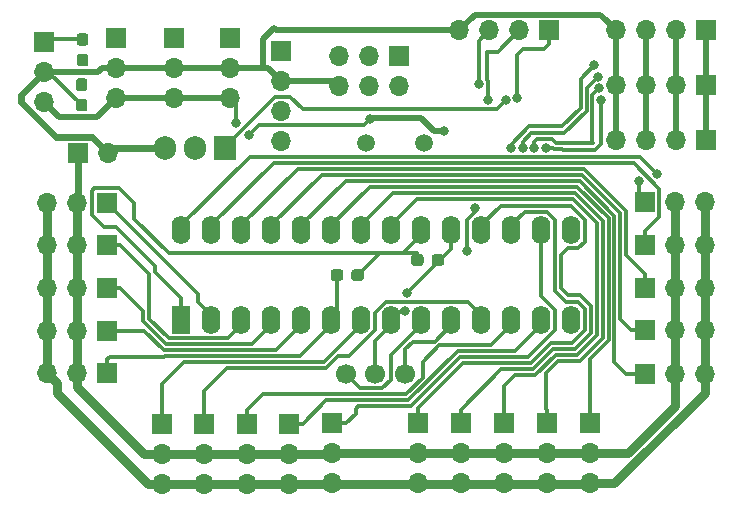
<source format=gbr>
G04 #@! TF.GenerationSoftware,KiCad,Pcbnew,5.0.1*
G04 #@! TF.CreationDate,2018-12-10T22:32:32+01:00*
G04 #@! TF.ProjectId,tamtam_board,74616D74616D5F626F6172642E6B6963,rev?*
G04 #@! TF.SameCoordinates,Original*
G04 #@! TF.FileFunction,Copper,L1,Top,Signal*
G04 #@! TF.FilePolarity,Positive*
%FSLAX46Y46*%
G04 Gerber Fmt 4.6, Leading zero omitted, Abs format (unit mm)*
G04 Created by KiCad (PCBNEW 5.0.1) date dilluns, 10 de desembre de 2018, 22:32:32 CET*
%MOMM*%
%LPD*%
G01*
G04 APERTURE LIST*
G04 #@! TA.AperFunction,ComponentPad*
%ADD10O,1.700000X1.700000*%
G04 #@! TD*
G04 #@! TA.AperFunction,ComponentPad*
%ADD11R,1.700000X1.700000*%
G04 #@! TD*
G04 #@! TA.AperFunction,Conductor*
%ADD12C,0.100000*%
G04 #@! TD*
G04 #@! TA.AperFunction,SMDPad,CuDef*
%ADD13C,0.950000*%
G04 #@! TD*
G04 #@! TA.AperFunction,ComponentPad*
%ADD14R,1.905000X2.000000*%
G04 #@! TD*
G04 #@! TA.AperFunction,ComponentPad*
%ADD15O,1.905000X2.000000*%
G04 #@! TD*
G04 #@! TA.AperFunction,ComponentPad*
%ADD16R,1.600000X2.400000*%
G04 #@! TD*
G04 #@! TA.AperFunction,ComponentPad*
%ADD17O,1.600000X2.400000*%
G04 #@! TD*
G04 #@! TA.AperFunction,ComponentPad*
%ADD18C,1.700000*%
G04 #@! TD*
G04 #@! TA.AperFunction,ComponentPad*
%ADD19C,1.500000*%
G04 #@! TD*
G04 #@! TA.AperFunction,ViaPad*
%ADD20C,0.800000*%
G04 #@! TD*
G04 #@! TA.AperFunction,Conductor*
%ADD21C,0.300000*%
G04 #@! TD*
G04 #@! TA.AperFunction,Conductor*
%ADD22C,0.500000*%
G04 #@! TD*
G04 #@! TA.AperFunction,Conductor*
%ADD23C,0.600000*%
G04 #@! TD*
G04 #@! TA.AperFunction,Conductor*
%ADD24C,0.800000*%
G04 #@! TD*
G04 APERTURE END LIST*
D10*
G04 #@! TO.P,J33,4*
G04 #@! TO.N,GND*
X101460000Y-39120000D03*
G04 #@! TO.P,J33,3*
G04 #@! TO.N,SCL*
X104000000Y-39120000D03*
G04 #@! TO.P,J33,2*
G04 #@! TO.N,SDA*
X106540000Y-39120000D03*
D11*
G04 #@! TO.P,J33,1*
G04 #@! TO.N,+5V*
X109080000Y-39120000D03*
G04 #@! TD*
G04 #@! TO.P,J34,1*
G04 #@! TO.N,+5V*
X109050000Y-29880000D03*
D10*
G04 #@! TO.P,J34,2*
G04 #@! TO.N,SDA*
X106510000Y-29880000D03*
G04 #@! TO.P,J34,3*
G04 #@! TO.N,SCL*
X103970000Y-29880000D03*
G04 #@! TO.P,J34,4*
G04 #@! TO.N,GND*
X101430000Y-29880000D03*
G04 #@! TD*
G04 #@! TO.P,J35,4*
G04 #@! TO.N,GND*
X101460000Y-34500000D03*
G04 #@! TO.P,J35,3*
G04 #@! TO.N,SCL*
X104000000Y-34500000D03*
G04 #@! TO.P,J35,2*
G04 #@! TO.N,SDA*
X106540000Y-34500000D03*
D11*
G04 #@! TO.P,J35,1*
G04 #@! TO.N,+5V*
X109080000Y-34500000D03*
G04 #@! TD*
D12*
G04 #@! TO.N,+5V*
G04 #@! TO.C,C1*
G36*
X84925779Y-48836144D02*
X84948834Y-48839563D01*
X84971443Y-48845227D01*
X84993387Y-48853079D01*
X85014457Y-48863044D01*
X85034448Y-48875026D01*
X85053168Y-48888910D01*
X85070438Y-48904562D01*
X85086090Y-48921832D01*
X85099974Y-48940552D01*
X85111956Y-48960543D01*
X85121921Y-48981613D01*
X85129773Y-49003557D01*
X85135437Y-49026166D01*
X85138856Y-49049221D01*
X85140000Y-49072500D01*
X85140000Y-49547500D01*
X85138856Y-49570779D01*
X85135437Y-49593834D01*
X85129773Y-49616443D01*
X85121921Y-49638387D01*
X85111956Y-49659457D01*
X85099974Y-49679448D01*
X85086090Y-49698168D01*
X85070438Y-49715438D01*
X85053168Y-49731090D01*
X85034448Y-49744974D01*
X85014457Y-49756956D01*
X84993387Y-49766921D01*
X84971443Y-49774773D01*
X84948834Y-49780437D01*
X84925779Y-49783856D01*
X84902500Y-49785000D01*
X84327500Y-49785000D01*
X84304221Y-49783856D01*
X84281166Y-49780437D01*
X84258557Y-49774773D01*
X84236613Y-49766921D01*
X84215543Y-49756956D01*
X84195552Y-49744974D01*
X84176832Y-49731090D01*
X84159562Y-49715438D01*
X84143910Y-49698168D01*
X84130026Y-49679448D01*
X84118044Y-49659457D01*
X84108079Y-49638387D01*
X84100227Y-49616443D01*
X84094563Y-49593834D01*
X84091144Y-49570779D01*
X84090000Y-49547500D01*
X84090000Y-49072500D01*
X84091144Y-49049221D01*
X84094563Y-49026166D01*
X84100227Y-49003557D01*
X84108079Y-48981613D01*
X84118044Y-48960543D01*
X84130026Y-48940552D01*
X84143910Y-48921832D01*
X84159562Y-48904562D01*
X84176832Y-48888910D01*
X84195552Y-48875026D01*
X84215543Y-48863044D01*
X84236613Y-48853079D01*
X84258557Y-48845227D01*
X84281166Y-48839563D01*
X84304221Y-48836144D01*
X84327500Y-48835000D01*
X84902500Y-48835000D01*
X84925779Y-48836144D01*
X84925779Y-48836144D01*
G37*
D13*
G04 #@! TD*
G04 #@! TO.P,C1,1*
G04 #@! TO.N,+5V*
X84615000Y-49310000D03*
D12*
G04 #@! TO.N,GND*
G04 #@! TO.C,C1*
G36*
X86675779Y-48836144D02*
X86698834Y-48839563D01*
X86721443Y-48845227D01*
X86743387Y-48853079D01*
X86764457Y-48863044D01*
X86784448Y-48875026D01*
X86803168Y-48888910D01*
X86820438Y-48904562D01*
X86836090Y-48921832D01*
X86849974Y-48940552D01*
X86861956Y-48960543D01*
X86871921Y-48981613D01*
X86879773Y-49003557D01*
X86885437Y-49026166D01*
X86888856Y-49049221D01*
X86890000Y-49072500D01*
X86890000Y-49547500D01*
X86888856Y-49570779D01*
X86885437Y-49593834D01*
X86879773Y-49616443D01*
X86871921Y-49638387D01*
X86861956Y-49659457D01*
X86849974Y-49679448D01*
X86836090Y-49698168D01*
X86820438Y-49715438D01*
X86803168Y-49731090D01*
X86784448Y-49744974D01*
X86764457Y-49756956D01*
X86743387Y-49766921D01*
X86721443Y-49774773D01*
X86698834Y-49780437D01*
X86675779Y-49783856D01*
X86652500Y-49785000D01*
X86077500Y-49785000D01*
X86054221Y-49783856D01*
X86031166Y-49780437D01*
X86008557Y-49774773D01*
X85986613Y-49766921D01*
X85965543Y-49756956D01*
X85945552Y-49744974D01*
X85926832Y-49731090D01*
X85909562Y-49715438D01*
X85893910Y-49698168D01*
X85880026Y-49679448D01*
X85868044Y-49659457D01*
X85858079Y-49638387D01*
X85850227Y-49616443D01*
X85844563Y-49593834D01*
X85841144Y-49570779D01*
X85840000Y-49547500D01*
X85840000Y-49072500D01*
X85841144Y-49049221D01*
X85844563Y-49026166D01*
X85850227Y-49003557D01*
X85858079Y-48981613D01*
X85868044Y-48960543D01*
X85880026Y-48940552D01*
X85893910Y-48921832D01*
X85909562Y-48904562D01*
X85926832Y-48888910D01*
X85945552Y-48875026D01*
X85965543Y-48863044D01*
X85986613Y-48853079D01*
X86008557Y-48845227D01*
X86031166Y-48839563D01*
X86054221Y-48836144D01*
X86077500Y-48835000D01*
X86652500Y-48835000D01*
X86675779Y-48836144D01*
X86675779Y-48836144D01*
G37*
D13*
G04 #@! TD*
G04 #@! TO.P,C1,2*
G04 #@! TO.N,GND*
X86365000Y-49310000D03*
D11*
G04 #@! TO.P,J1,1*
G04 #@! TO.N,MISO*
X83070000Y-32010000D03*
D10*
G04 #@! TO.P,J1,2*
G04 #@! TO.N,+5V*
X83070000Y-34550000D03*
G04 #@! TO.P,J1,3*
G04 #@! TO.N,SCK*
X80530000Y-32010000D03*
G04 #@! TO.P,J1,4*
G04 #@! TO.N,MOSI*
X80530000Y-34550000D03*
G04 #@! TO.P,J1,5*
G04 #@! TO.N,RST*
X77990000Y-32010000D03*
G04 #@! TO.P,J1,6*
G04 #@! TO.N,GND*
X77990000Y-34550000D03*
G04 #@! TD*
G04 #@! TO.P,J6,3*
G04 #@! TO.N,servos_GND*
X53247742Y-44481954D03*
G04 #@! TO.P,J6,2*
G04 #@! TO.N,+6V*
X55787742Y-44481954D03*
D11*
G04 #@! TO.P,J6,1*
G04 #@! TO.N,SERVO0*
X58327742Y-44481954D03*
G04 #@! TD*
G04 #@! TO.P,J7,1*
G04 #@! TO.N,SERVO4*
X58327742Y-58881954D03*
D10*
G04 #@! TO.P,J7,2*
G04 #@! TO.N,+6V*
X55787742Y-58881954D03*
G04 #@! TO.P,J7,3*
G04 #@! TO.N,servos_GND*
X53247742Y-58881954D03*
G04 #@! TD*
D11*
G04 #@! TO.P,J8,1*
G04 #@! TO.N,SERVO8*
X73770000Y-63190000D03*
D10*
G04 #@! TO.P,J8,2*
G04 #@! TO.N,+6V*
X73770000Y-65730000D03*
G04 #@! TO.P,J8,3*
G04 #@! TO.N,servos_GND*
X73770000Y-68270000D03*
G04 #@! TD*
D11*
G04 #@! TO.P,J9,1*
G04 #@! TO.N,SERVO12*
X91930000Y-63130000D03*
D10*
G04 #@! TO.P,J9,2*
G04 #@! TO.N,+6V*
X91930000Y-65670000D03*
G04 #@! TO.P,J9,3*
G04 #@! TO.N,servos_GND*
X91930000Y-68210000D03*
G04 #@! TD*
D11*
G04 #@! TO.P,J10,1*
G04 #@! TO.N,SERVO16*
X103886000Y-55280000D03*
D10*
G04 #@! TO.P,J10,2*
G04 #@! TO.N,+6V*
X106426000Y-55280000D03*
G04 #@! TO.P,J10,3*
G04 #@! TO.N,servos_GND*
X108966000Y-55280000D03*
G04 #@! TD*
D11*
G04 #@! TO.P,J11,1*
G04 #@! TO.N,ADC1*
X59120000Y-30480000D03*
D10*
G04 #@! TO.P,J11,2*
G04 #@! TO.N,GND*
X59120000Y-33020000D03*
G04 #@! TO.P,J11,3*
G04 #@! TO.N,+5V*
X59120000Y-35560000D03*
G04 #@! TD*
G04 #@! TO.P,J12,3*
G04 #@! TO.N,+5V*
X63990000Y-35560000D03*
G04 #@! TO.P,J12,2*
G04 #@! TO.N,GND*
X63990000Y-33020000D03*
D11*
G04 #@! TO.P,J12,1*
G04 #@! TO.N,ADC2*
X63990000Y-30480000D03*
G04 #@! TD*
G04 #@! TO.P,J13,1*
G04 #@! TO.N,ADC3*
X68760000Y-30520000D03*
D10*
G04 #@! TO.P,J13,2*
G04 #@! TO.N,GND*
X68760000Y-33060000D03*
G04 #@! TO.P,J13,3*
G04 #@! TO.N,+5V*
X68760000Y-35600000D03*
G04 #@! TD*
G04 #@! TO.P,J14,3*
G04 #@! TO.N,servos_GND*
X53247742Y-48081954D03*
G04 #@! TO.P,J14,2*
G04 #@! TO.N,+6V*
X55787742Y-48081954D03*
D11*
G04 #@! TO.P,J14,1*
G04 #@! TO.N,SERVO1*
X58327742Y-48081954D03*
G04 #@! TD*
G04 #@! TO.P,J15,1*
G04 #@! TO.N,SERVO5*
X62990000Y-63190000D03*
D10*
G04 #@! TO.P,J15,2*
G04 #@! TO.N,+6V*
X62990000Y-65730000D03*
G04 #@! TO.P,J15,3*
G04 #@! TO.N,servos_GND*
X62990000Y-68270000D03*
G04 #@! TD*
G04 #@! TO.P,J16,3*
G04 #@! TO.N,servos_GND*
X77390000Y-68230000D03*
G04 #@! TO.P,J16,2*
G04 #@! TO.N,+6V*
X77390000Y-65690000D03*
D11*
G04 #@! TO.P,J16,1*
G04 #@! TO.N,SERVO9*
X77390000Y-63150000D03*
G04 #@! TD*
D10*
G04 #@! TO.P,J17,3*
G04 #@! TO.N,servos_GND*
X95560000Y-68210000D03*
G04 #@! TO.P,J17,2*
G04 #@! TO.N,+6V*
X95560000Y-65670000D03*
D11*
G04 #@! TO.P,J17,1*
G04 #@! TO.N,SERVO13*
X95560000Y-63130000D03*
G04 #@! TD*
D10*
G04 #@! TO.P,J18,3*
G04 #@! TO.N,servos_GND*
X108970000Y-51650000D03*
G04 #@! TO.P,J18,2*
G04 #@! TO.N,+6V*
X106430000Y-51650000D03*
D11*
G04 #@! TO.P,J18,1*
G04 #@! TO.N,SERVO17*
X103890000Y-51650000D03*
G04 #@! TD*
D10*
G04 #@! TO.P,J19,4*
G04 #@! TO.N,Net-(J19-Pad4)*
X73070000Y-39230000D03*
G04 #@! TO.P,J19,3*
G04 #@! TO.N,RX*
X73070000Y-36690000D03*
G04 #@! TO.P,J19,2*
G04 #@! TO.N,GND*
X73070000Y-34150000D03*
D11*
G04 #@! TO.P,J19,1*
G04 #@! TO.N,+5V*
X73070000Y-31610000D03*
G04 #@! TD*
G04 #@! TO.P,J22,1*
G04 #@! TO.N,SERVO2*
X58327742Y-51681954D03*
D10*
G04 #@! TO.P,J22,2*
G04 #@! TO.N,+6V*
X55787742Y-51681954D03*
G04 #@! TO.P,J22,3*
G04 #@! TO.N,servos_GND*
X53247742Y-51681954D03*
G04 #@! TD*
D11*
G04 #@! TO.P,J23,1*
G04 #@! TO.N,SERVO6*
X66590000Y-63190000D03*
D10*
G04 #@! TO.P,J23,2*
G04 #@! TO.N,+6V*
X66590000Y-65730000D03*
G04 #@! TO.P,J23,3*
G04 #@! TO.N,servos_GND*
X66590000Y-68270000D03*
G04 #@! TD*
D11*
G04 #@! TO.P,J24,1*
G04 #@! TO.N,SERVO10*
X84680000Y-63130000D03*
D10*
G04 #@! TO.P,J24,2*
G04 #@! TO.N,+6V*
X84680000Y-65670000D03*
G04 #@! TO.P,J24,3*
G04 #@! TO.N,servos_GND*
X84680000Y-68210000D03*
G04 #@! TD*
G04 #@! TO.P,J25,3*
G04 #@! TO.N,servos_GND*
X99220000Y-68230000D03*
G04 #@! TO.P,J25,2*
G04 #@! TO.N,+6V*
X99220000Y-65690000D03*
D11*
G04 #@! TO.P,J25,1*
G04 #@! TO.N,SERVO14*
X99220000Y-63150000D03*
G04 #@! TD*
G04 #@! TO.P,J26,1*
G04 #@! TO.N,SERVO18*
X103890000Y-48010000D03*
D10*
G04 #@! TO.P,J26,2*
G04 #@! TO.N,+6V*
X106430000Y-48010000D03*
G04 #@! TO.P,J26,3*
G04 #@! TO.N,servos_GND*
X108970000Y-48010000D03*
G04 #@! TD*
D11*
G04 #@! TO.P,J27,1*
G04 #@! TO.N,eyes_BLUE*
X95790000Y-29860000D03*
D10*
G04 #@! TO.P,J27,2*
G04 #@! TO.N,eyes_GREEN*
X93250000Y-29860000D03*
G04 #@! TO.P,J27,3*
G04 #@! TO.N,eyes_RED*
X90710000Y-29860000D03*
G04 #@! TO.P,J27,4*
G04 #@! TO.N,GND*
X88170000Y-29860000D03*
G04 #@! TD*
D11*
G04 #@! TO.P,J28,1*
G04 #@! TO.N,SERVO3*
X58327742Y-55281954D03*
D10*
G04 #@! TO.P,J28,2*
G04 #@! TO.N,+6V*
X55787742Y-55281954D03*
G04 #@! TO.P,J28,3*
G04 #@! TO.N,servos_GND*
X53247742Y-55281954D03*
G04 #@! TD*
G04 #@! TO.P,J29,3*
G04 #@! TO.N,servos_GND*
X70190000Y-68270000D03*
G04 #@! TO.P,J29,2*
G04 #@! TO.N,+6V*
X70190000Y-65730000D03*
D11*
G04 #@! TO.P,J29,1*
G04 #@! TO.N,SERVO7*
X70190000Y-63190000D03*
G04 #@! TD*
D10*
G04 #@! TO.P,J30,3*
G04 #@! TO.N,servos_GND*
X88300000Y-68210000D03*
G04 #@! TO.P,J30,2*
G04 #@! TO.N,+6V*
X88300000Y-65670000D03*
D11*
G04 #@! TO.P,J30,1*
G04 #@! TO.N,SERVO11*
X88300000Y-63130000D03*
G04 #@! TD*
D10*
G04 #@! TO.P,J31,3*
G04 #@! TO.N,servos_GND*
X108966000Y-58928000D03*
G04 #@! TO.P,J31,2*
G04 #@! TO.N,+6V*
X106426000Y-58928000D03*
D11*
G04 #@! TO.P,J31,1*
G04 #@! TO.N,SERVO15*
X103886000Y-58928000D03*
G04 #@! TD*
D10*
G04 #@! TO.P,J32,3*
G04 #@! TO.N,servos_GND*
X108980000Y-44390000D03*
G04 #@! TO.P,J32,2*
G04 #@! TO.N,+6V*
X106440000Y-44390000D03*
D11*
G04 #@! TO.P,J32,1*
G04 #@! TO.N,SERVO19*
X103900000Y-44390000D03*
G04 #@! TD*
D14*
G04 #@! TO.P,Q1,1*
G04 #@! TO.N,servos_ON*
X68320000Y-39790000D03*
D15*
G04 #@! TO.P,Q1,2*
G04 #@! TO.N,servos_GND*
X65780000Y-39790000D03*
G04 #@! TO.P,Q1,3*
G04 #@! TO.N,GND*
X63240000Y-39790000D03*
G04 #@! TD*
D12*
G04 #@! TO.N,+5V*
G04 #@! TO.C,R5*
G36*
X79870779Y-50116144D02*
X79893834Y-50119563D01*
X79916443Y-50125227D01*
X79938387Y-50133079D01*
X79959457Y-50143044D01*
X79979448Y-50155026D01*
X79998168Y-50168910D01*
X80015438Y-50184562D01*
X80031090Y-50201832D01*
X80044974Y-50220552D01*
X80056956Y-50240543D01*
X80066921Y-50261613D01*
X80074773Y-50283557D01*
X80080437Y-50306166D01*
X80083856Y-50329221D01*
X80085000Y-50352500D01*
X80085000Y-50827500D01*
X80083856Y-50850779D01*
X80080437Y-50873834D01*
X80074773Y-50896443D01*
X80066921Y-50918387D01*
X80056956Y-50939457D01*
X80044974Y-50959448D01*
X80031090Y-50978168D01*
X80015438Y-50995438D01*
X79998168Y-51011090D01*
X79979448Y-51024974D01*
X79959457Y-51036956D01*
X79938387Y-51046921D01*
X79916443Y-51054773D01*
X79893834Y-51060437D01*
X79870779Y-51063856D01*
X79847500Y-51065000D01*
X79272500Y-51065000D01*
X79249221Y-51063856D01*
X79226166Y-51060437D01*
X79203557Y-51054773D01*
X79181613Y-51046921D01*
X79160543Y-51036956D01*
X79140552Y-51024974D01*
X79121832Y-51011090D01*
X79104562Y-50995438D01*
X79088910Y-50978168D01*
X79075026Y-50959448D01*
X79063044Y-50939457D01*
X79053079Y-50918387D01*
X79045227Y-50896443D01*
X79039563Y-50873834D01*
X79036144Y-50850779D01*
X79035000Y-50827500D01*
X79035000Y-50352500D01*
X79036144Y-50329221D01*
X79039563Y-50306166D01*
X79045227Y-50283557D01*
X79053079Y-50261613D01*
X79063044Y-50240543D01*
X79075026Y-50220552D01*
X79088910Y-50201832D01*
X79104562Y-50184562D01*
X79121832Y-50168910D01*
X79140552Y-50155026D01*
X79160543Y-50143044D01*
X79181613Y-50133079D01*
X79203557Y-50125227D01*
X79226166Y-50119563D01*
X79249221Y-50116144D01*
X79272500Y-50115000D01*
X79847500Y-50115000D01*
X79870779Y-50116144D01*
X79870779Y-50116144D01*
G37*
D13*
G04 #@! TD*
G04 #@! TO.P,R5,1*
G04 #@! TO.N,+5V*
X79560000Y-50590000D03*
D12*
G04 #@! TO.N,SERVO4*
G04 #@! TO.C,R5*
G36*
X78120779Y-50116144D02*
X78143834Y-50119563D01*
X78166443Y-50125227D01*
X78188387Y-50133079D01*
X78209457Y-50143044D01*
X78229448Y-50155026D01*
X78248168Y-50168910D01*
X78265438Y-50184562D01*
X78281090Y-50201832D01*
X78294974Y-50220552D01*
X78306956Y-50240543D01*
X78316921Y-50261613D01*
X78324773Y-50283557D01*
X78330437Y-50306166D01*
X78333856Y-50329221D01*
X78335000Y-50352500D01*
X78335000Y-50827500D01*
X78333856Y-50850779D01*
X78330437Y-50873834D01*
X78324773Y-50896443D01*
X78316921Y-50918387D01*
X78306956Y-50939457D01*
X78294974Y-50959448D01*
X78281090Y-50978168D01*
X78265438Y-50995438D01*
X78248168Y-51011090D01*
X78229448Y-51024974D01*
X78209457Y-51036956D01*
X78188387Y-51046921D01*
X78166443Y-51054773D01*
X78143834Y-51060437D01*
X78120779Y-51063856D01*
X78097500Y-51065000D01*
X77522500Y-51065000D01*
X77499221Y-51063856D01*
X77476166Y-51060437D01*
X77453557Y-51054773D01*
X77431613Y-51046921D01*
X77410543Y-51036956D01*
X77390552Y-51024974D01*
X77371832Y-51011090D01*
X77354562Y-50995438D01*
X77338910Y-50978168D01*
X77325026Y-50959448D01*
X77313044Y-50939457D01*
X77303079Y-50918387D01*
X77295227Y-50896443D01*
X77289563Y-50873834D01*
X77286144Y-50850779D01*
X77285000Y-50827500D01*
X77285000Y-50352500D01*
X77286144Y-50329221D01*
X77289563Y-50306166D01*
X77295227Y-50283557D01*
X77303079Y-50261613D01*
X77313044Y-50240543D01*
X77325026Y-50220552D01*
X77338910Y-50201832D01*
X77354562Y-50184562D01*
X77371832Y-50168910D01*
X77390552Y-50155026D01*
X77410543Y-50143044D01*
X77431613Y-50133079D01*
X77453557Y-50125227D01*
X77476166Y-50119563D01*
X77499221Y-50116144D01*
X77522500Y-50115000D01*
X78097500Y-50115000D01*
X78120779Y-50116144D01*
X78120779Y-50116144D01*
G37*
D13*
G04 #@! TD*
G04 #@! TO.P,R5,2*
G04 #@! TO.N,SERVO4*
X77810000Y-50590000D03*
D12*
G04 #@! TO.N,V_LIPO*
G04 #@! TO.C,R8*
G36*
X56530779Y-30116144D02*
X56553834Y-30119563D01*
X56576443Y-30125227D01*
X56598387Y-30133079D01*
X56619457Y-30143044D01*
X56639448Y-30155026D01*
X56658168Y-30168910D01*
X56675438Y-30184562D01*
X56691090Y-30201832D01*
X56704974Y-30220552D01*
X56716956Y-30240543D01*
X56726921Y-30261613D01*
X56734773Y-30283557D01*
X56740437Y-30306166D01*
X56743856Y-30329221D01*
X56745000Y-30352500D01*
X56745000Y-30927500D01*
X56743856Y-30950779D01*
X56740437Y-30973834D01*
X56734773Y-30996443D01*
X56726921Y-31018387D01*
X56716956Y-31039457D01*
X56704974Y-31059448D01*
X56691090Y-31078168D01*
X56675438Y-31095438D01*
X56658168Y-31111090D01*
X56639448Y-31124974D01*
X56619457Y-31136956D01*
X56598387Y-31146921D01*
X56576443Y-31154773D01*
X56553834Y-31160437D01*
X56530779Y-31163856D01*
X56507500Y-31165000D01*
X56032500Y-31165000D01*
X56009221Y-31163856D01*
X55986166Y-31160437D01*
X55963557Y-31154773D01*
X55941613Y-31146921D01*
X55920543Y-31136956D01*
X55900552Y-31124974D01*
X55881832Y-31111090D01*
X55864562Y-31095438D01*
X55848910Y-31078168D01*
X55835026Y-31059448D01*
X55823044Y-31039457D01*
X55813079Y-31018387D01*
X55805227Y-30996443D01*
X55799563Y-30973834D01*
X55796144Y-30950779D01*
X55795000Y-30927500D01*
X55795000Y-30352500D01*
X55796144Y-30329221D01*
X55799563Y-30306166D01*
X55805227Y-30283557D01*
X55813079Y-30261613D01*
X55823044Y-30240543D01*
X55835026Y-30220552D01*
X55848910Y-30201832D01*
X55864562Y-30184562D01*
X55881832Y-30168910D01*
X55900552Y-30155026D01*
X55920543Y-30143044D01*
X55941613Y-30133079D01*
X55963557Y-30125227D01*
X55986166Y-30119563D01*
X56009221Y-30116144D01*
X56032500Y-30115000D01*
X56507500Y-30115000D01*
X56530779Y-30116144D01*
X56530779Y-30116144D01*
G37*
D13*
G04 #@! TD*
G04 #@! TO.P,R8,2*
G04 #@! TO.N,V_LIPO*
X56270000Y-30640000D03*
D12*
G04 #@! TO.N,LVL_LIPO*
G04 #@! TO.C,R8*
G36*
X56530779Y-31866144D02*
X56553834Y-31869563D01*
X56576443Y-31875227D01*
X56598387Y-31883079D01*
X56619457Y-31893044D01*
X56639448Y-31905026D01*
X56658168Y-31918910D01*
X56675438Y-31934562D01*
X56691090Y-31951832D01*
X56704974Y-31970552D01*
X56716956Y-31990543D01*
X56726921Y-32011613D01*
X56734773Y-32033557D01*
X56740437Y-32056166D01*
X56743856Y-32079221D01*
X56745000Y-32102500D01*
X56745000Y-32677500D01*
X56743856Y-32700779D01*
X56740437Y-32723834D01*
X56734773Y-32746443D01*
X56726921Y-32768387D01*
X56716956Y-32789457D01*
X56704974Y-32809448D01*
X56691090Y-32828168D01*
X56675438Y-32845438D01*
X56658168Y-32861090D01*
X56639448Y-32874974D01*
X56619457Y-32886956D01*
X56598387Y-32896921D01*
X56576443Y-32904773D01*
X56553834Y-32910437D01*
X56530779Y-32913856D01*
X56507500Y-32915000D01*
X56032500Y-32915000D01*
X56009221Y-32913856D01*
X55986166Y-32910437D01*
X55963557Y-32904773D01*
X55941613Y-32896921D01*
X55920543Y-32886956D01*
X55900552Y-32874974D01*
X55881832Y-32861090D01*
X55864562Y-32845438D01*
X55848910Y-32828168D01*
X55835026Y-32809448D01*
X55823044Y-32789457D01*
X55813079Y-32768387D01*
X55805227Y-32746443D01*
X55799563Y-32723834D01*
X55796144Y-32700779D01*
X55795000Y-32677500D01*
X55795000Y-32102500D01*
X55796144Y-32079221D01*
X55799563Y-32056166D01*
X55805227Y-32033557D01*
X55813079Y-32011613D01*
X55823044Y-31990543D01*
X55835026Y-31970552D01*
X55848910Y-31951832D01*
X55864562Y-31934562D01*
X55881832Y-31918910D01*
X55900552Y-31905026D01*
X55920543Y-31893044D01*
X55941613Y-31883079D01*
X55963557Y-31875227D01*
X55986166Y-31869563D01*
X56009221Y-31866144D01*
X56032500Y-31865000D01*
X56507500Y-31865000D01*
X56530779Y-31866144D01*
X56530779Y-31866144D01*
G37*
D13*
G04 #@! TD*
G04 #@! TO.P,R8,1*
G04 #@! TO.N,LVL_LIPO*
X56270000Y-32390000D03*
D12*
G04 #@! TO.N,LVL_LIPO*
G04 #@! TO.C,R9*
G36*
X56450779Y-33936144D02*
X56473834Y-33939563D01*
X56496443Y-33945227D01*
X56518387Y-33953079D01*
X56539457Y-33963044D01*
X56559448Y-33975026D01*
X56578168Y-33988910D01*
X56595438Y-34004562D01*
X56611090Y-34021832D01*
X56624974Y-34040552D01*
X56636956Y-34060543D01*
X56646921Y-34081613D01*
X56654773Y-34103557D01*
X56660437Y-34126166D01*
X56663856Y-34149221D01*
X56665000Y-34172500D01*
X56665000Y-34747500D01*
X56663856Y-34770779D01*
X56660437Y-34793834D01*
X56654773Y-34816443D01*
X56646921Y-34838387D01*
X56636956Y-34859457D01*
X56624974Y-34879448D01*
X56611090Y-34898168D01*
X56595438Y-34915438D01*
X56578168Y-34931090D01*
X56559448Y-34944974D01*
X56539457Y-34956956D01*
X56518387Y-34966921D01*
X56496443Y-34974773D01*
X56473834Y-34980437D01*
X56450779Y-34983856D01*
X56427500Y-34985000D01*
X55952500Y-34985000D01*
X55929221Y-34983856D01*
X55906166Y-34980437D01*
X55883557Y-34974773D01*
X55861613Y-34966921D01*
X55840543Y-34956956D01*
X55820552Y-34944974D01*
X55801832Y-34931090D01*
X55784562Y-34915438D01*
X55768910Y-34898168D01*
X55755026Y-34879448D01*
X55743044Y-34859457D01*
X55733079Y-34838387D01*
X55725227Y-34816443D01*
X55719563Y-34793834D01*
X55716144Y-34770779D01*
X55715000Y-34747500D01*
X55715000Y-34172500D01*
X55716144Y-34149221D01*
X55719563Y-34126166D01*
X55725227Y-34103557D01*
X55733079Y-34081613D01*
X55743044Y-34060543D01*
X55755026Y-34040552D01*
X55768910Y-34021832D01*
X55784562Y-34004562D01*
X55801832Y-33988910D01*
X55820552Y-33975026D01*
X55840543Y-33963044D01*
X55861613Y-33953079D01*
X55883557Y-33945227D01*
X55906166Y-33939563D01*
X55929221Y-33936144D01*
X55952500Y-33935000D01*
X56427500Y-33935000D01*
X56450779Y-33936144D01*
X56450779Y-33936144D01*
G37*
D13*
G04 #@! TD*
G04 #@! TO.P,R9,1*
G04 #@! TO.N,LVL_LIPO*
X56190000Y-34460000D03*
D12*
G04 #@! TO.N,GND*
G04 #@! TO.C,R9*
G36*
X56450779Y-35686144D02*
X56473834Y-35689563D01*
X56496443Y-35695227D01*
X56518387Y-35703079D01*
X56539457Y-35713044D01*
X56559448Y-35725026D01*
X56578168Y-35738910D01*
X56595438Y-35754562D01*
X56611090Y-35771832D01*
X56624974Y-35790552D01*
X56636956Y-35810543D01*
X56646921Y-35831613D01*
X56654773Y-35853557D01*
X56660437Y-35876166D01*
X56663856Y-35899221D01*
X56665000Y-35922500D01*
X56665000Y-36497500D01*
X56663856Y-36520779D01*
X56660437Y-36543834D01*
X56654773Y-36566443D01*
X56646921Y-36588387D01*
X56636956Y-36609457D01*
X56624974Y-36629448D01*
X56611090Y-36648168D01*
X56595438Y-36665438D01*
X56578168Y-36681090D01*
X56559448Y-36694974D01*
X56539457Y-36706956D01*
X56518387Y-36716921D01*
X56496443Y-36724773D01*
X56473834Y-36730437D01*
X56450779Y-36733856D01*
X56427500Y-36735000D01*
X55952500Y-36735000D01*
X55929221Y-36733856D01*
X55906166Y-36730437D01*
X55883557Y-36724773D01*
X55861613Y-36716921D01*
X55840543Y-36706956D01*
X55820552Y-36694974D01*
X55801832Y-36681090D01*
X55784562Y-36665438D01*
X55768910Y-36648168D01*
X55755026Y-36629448D01*
X55743044Y-36609457D01*
X55733079Y-36588387D01*
X55725227Y-36566443D01*
X55719563Y-36543834D01*
X55716144Y-36520779D01*
X55715000Y-36497500D01*
X55715000Y-35922500D01*
X55716144Y-35899221D01*
X55719563Y-35876166D01*
X55725227Y-35853557D01*
X55733079Y-35831613D01*
X55743044Y-35810543D01*
X55755026Y-35790552D01*
X55768910Y-35771832D01*
X55784562Y-35754562D01*
X55801832Y-35738910D01*
X55820552Y-35725026D01*
X55840543Y-35713044D01*
X55861613Y-35703079D01*
X55883557Y-35695227D01*
X55906166Y-35689563D01*
X55929221Y-35686144D01*
X55952500Y-35685000D01*
X56427500Y-35685000D01*
X56450779Y-35686144D01*
X56450779Y-35686144D01*
G37*
D13*
G04 #@! TD*
G04 #@! TO.P,R9,2*
G04 #@! TO.N,GND*
X56190000Y-36210000D03*
D16*
G04 #@! TO.P,U2,1*
G04 #@! TO.N,+5V*
X64630000Y-54400000D03*
D17*
G04 #@! TO.P,U2,15*
G04 #@! TO.N,SDA*
X97650000Y-46780000D03*
G04 #@! TO.P,U2,2*
G04 #@! TO.N,SERVO0*
X67170000Y-54400000D03*
G04 #@! TO.P,U2,16*
G04 #@! TO.N,SERVO9*
X95110000Y-46780000D03*
G04 #@! TO.P,U2,3*
G04 #@! TO.N,SERVO1*
X69710000Y-54400000D03*
G04 #@! TO.P,U2,17*
G04 #@! TO.N,SERVO10*
X92570000Y-46780000D03*
G04 #@! TO.P,U2,4*
G04 #@! TO.N,SERVO2*
X72250000Y-54400000D03*
G04 #@! TO.P,U2,18*
G04 #@! TO.N,SERVO11*
X90030000Y-46780000D03*
G04 #@! TO.P,U2,5*
G04 #@! TO.N,SERVO3*
X74790000Y-54400000D03*
G04 #@! TO.P,U2,19*
G04 #@! TO.N,GND*
X87490000Y-46780000D03*
G04 #@! TO.P,U2,6*
G04 #@! TO.N,SERVO4*
X77330000Y-54400000D03*
G04 #@! TO.P,U2,20*
G04 #@! TO.N,+5V*
X84950000Y-46780000D03*
G04 #@! TO.P,U2,7*
G04 #@! TO.N,SERVO5*
X79870000Y-54400000D03*
G04 #@! TO.P,U2,21*
G04 #@! TO.N,SERVO12*
X82410000Y-46780000D03*
G04 #@! TO.P,U2,8*
G04 #@! TO.N,GND*
X82410000Y-54400000D03*
G04 #@! TO.P,U2,22*
G04 #@! TO.N,SERVO13*
X79870000Y-46780000D03*
G04 #@! TO.P,U2,9*
G04 #@! TO.N,Net-(U2-Pad9)*
X84950000Y-54400000D03*
G04 #@! TO.P,U2,23*
G04 #@! TO.N,SERVO14*
X77330000Y-46780000D03*
G04 #@! TO.P,U2,10*
G04 #@! TO.N,Net-(U2-Pad10)*
X87490000Y-54400000D03*
G04 #@! TO.P,U2,24*
G04 #@! TO.N,SERVO15*
X74790000Y-46780000D03*
G04 #@! TO.P,U2,11*
G04 #@! TO.N,SERVO6*
X90030000Y-54400000D03*
G04 #@! TO.P,U2,25*
G04 #@! TO.N,SERVO16*
X72250000Y-46780000D03*
G04 #@! TO.P,U2,12*
G04 #@! TO.N,SERVO7*
X92570000Y-54400000D03*
G04 #@! TO.P,U2,26*
G04 #@! TO.N,SERVO17*
X69710000Y-46780000D03*
G04 #@! TO.P,U2,13*
G04 #@! TO.N,SERVO8*
X95110000Y-54400000D03*
G04 #@! TO.P,U2,27*
G04 #@! TO.N,SERVO18*
X67170000Y-46780000D03*
G04 #@! TO.P,U2,14*
G04 #@! TO.N,SCL*
X97650000Y-54400000D03*
G04 #@! TO.P,U2,28*
G04 #@! TO.N,SERVO19*
X64630000Y-46780000D03*
G04 #@! TD*
D18*
G04 #@! TO.P,Y1,1*
G04 #@! TO.N,Net-(U2-Pad9)*
X78570000Y-58990000D03*
G04 #@! TO.P,Y1,2*
G04 #@! TO.N,GND*
X81070000Y-58990000D03*
G04 #@! TO.P,Y1,3*
G04 #@! TO.N,Net-(U2-Pad10)*
X83570000Y-58990000D03*
G04 #@! TD*
D19*
G04 #@! TO.P,Y2,1*
G04 #@! TO.N,Net-(C3-Pad2)*
X85140000Y-39400000D03*
G04 #@! TO.P,Y2,2*
G04 #@! TO.N,Net-(C4-Pad2)*
X80260000Y-39400000D03*
G04 #@! TD*
D11*
G04 #@! TO.P,J2,1*
G04 #@! TO.N,V_LIPO*
X53010000Y-30840000D03*
D10*
G04 #@! TO.P,J2,2*
G04 #@! TO.N,GND*
X53010000Y-33380000D03*
G04 #@! TO.P,J2,3*
G04 #@! TO.N,+5V*
X53010000Y-35920000D03*
G04 #@! TD*
D11*
G04 #@! TO.P,J3,1*
G04 #@! TO.N,+6V*
X55860000Y-40280000D03*
D10*
G04 #@! TO.P,J3,2*
G04 #@! TO.N,GND*
X58400000Y-40280000D03*
G04 #@! TD*
D20*
G04 #@! TO.N,GND*
X83780000Y-52099990D03*
X83608362Y-53599990D03*
G04 #@! TO.N,+5V*
X86830000Y-38360000D03*
X80610000Y-37370000D03*
X70356581Y-38766581D03*
X69280919Y-37720919D03*
G04 #@! TO.N,ADC1*
X94529995Y-39849972D03*
X100037621Y-34781676D03*
G04 #@! TO.N,ADC2*
X93529992Y-39849972D03*
X99905372Y-33790457D03*
G04 #@! TO.N,ADC3*
X99609929Y-32835095D03*
X92530221Y-39828502D03*
G04 #@! TO.N,RX*
X88838837Y-48518183D03*
X89510000Y-44940000D03*
G04 #@! TO.N,eyes_BLUE*
X93093252Y-35555612D03*
G04 #@! TO.N,eyes_GREEN*
X90601265Y-35770000D03*
G04 #@! TO.N,eyes_RED*
X89804998Y-34370000D03*
G04 #@! TO.N,SERVO19*
X104895332Y-41994668D03*
X103384670Y-42605330D03*
G04 #@! TO.N,servos_ON*
X92080000Y-35770000D03*
G04 #@! TO.N,LVL_LIPO*
X56270000Y-32390000D03*
X56190000Y-34460000D03*
X95529998Y-39849972D03*
X100190000Y-35770000D03*
G04 #@! TD*
D21*
G04 #@! TO.N,GND*
X81070000Y-57787919D02*
X81070000Y-58990000D01*
X81070000Y-56140000D02*
X81070000Y-57787919D01*
X82410000Y-54800000D02*
X81070000Y-56140000D01*
X82410000Y-54400000D02*
X82410000Y-54800000D01*
X87490000Y-46780000D02*
X87490000Y-48389990D01*
X87490000Y-48389990D02*
X83780000Y-52099990D01*
X83210010Y-53599990D02*
X82410000Y-54400000D01*
X83608362Y-53599990D02*
X83210010Y-53599990D01*
D22*
X101460000Y-39120000D02*
X101460000Y-34500000D01*
X101460000Y-29910000D02*
X101430000Y-29880000D01*
X101460000Y-34500000D02*
X101460000Y-29910000D01*
X59160000Y-33060000D02*
X59120000Y-33020000D01*
X68760000Y-33060000D02*
X59160000Y-33060000D01*
X77590000Y-34150000D02*
X77990000Y-34550000D01*
X73070000Y-34150000D02*
X77590000Y-34150000D01*
X68760000Y-33060000D02*
X71570000Y-33060000D01*
X100580001Y-29030001D02*
X101430000Y-29880000D01*
X100109999Y-28559999D02*
X100580001Y-29030001D01*
X89470001Y-28559999D02*
X100109999Y-28559999D01*
X88170000Y-29860000D02*
X89470001Y-28559999D01*
X71570000Y-30599998D02*
X72469998Y-29700000D01*
X71570000Y-33060000D02*
X71570000Y-30599998D01*
X72469998Y-29700000D02*
X72629998Y-29860000D01*
X72629998Y-29860000D02*
X88170000Y-29860000D01*
X71980000Y-33060000D02*
X73070000Y-34150000D01*
X71570000Y-33060000D02*
X71980000Y-33060000D01*
X54212081Y-33380000D02*
X53010000Y-33380000D01*
X57917919Y-33020000D02*
X57557919Y-33380000D01*
X57557919Y-33380000D02*
X54212081Y-33380000D01*
X59120000Y-33020000D02*
X57917919Y-33020000D01*
D21*
X53360000Y-33380000D02*
X53010000Y-33380000D01*
X56190000Y-36210000D02*
X53360000Y-33380000D01*
D23*
X54021997Y-38929999D02*
X57049999Y-38929999D01*
X57550001Y-39430001D02*
X58400000Y-40280000D01*
X51060000Y-35968002D02*
X54021997Y-38929999D01*
X51060000Y-35330000D02*
X51060000Y-35968002D01*
X57049999Y-38929999D02*
X57550001Y-39430001D01*
X53010000Y-33380000D02*
X51060000Y-35330000D01*
X58890000Y-39790000D02*
X58400000Y-40280000D01*
X63240000Y-39790000D02*
X58890000Y-39790000D01*
D21*
G04 #@! TO.N,+5V*
X64630000Y-52527092D02*
X62410008Y-50307100D01*
X64630000Y-54400000D02*
X64630000Y-52527092D01*
X62410008Y-49834218D02*
X59105790Y-46530000D01*
X62410008Y-50307100D02*
X62410008Y-49834218D01*
X58045786Y-46530000D02*
X57050000Y-45534214D01*
X59105790Y-46530000D02*
X58045786Y-46530000D01*
X57050000Y-43429694D02*
X57269694Y-43210000D01*
X57050000Y-45534214D02*
X57050000Y-43429694D01*
X63570000Y-48720000D02*
X83410000Y-48720000D01*
X84615000Y-48735000D02*
X84600000Y-48720000D01*
X84615000Y-49310000D02*
X84615000Y-48735000D01*
D22*
X109080000Y-29910000D02*
X109050000Y-29880000D01*
X109080000Y-39120000D02*
X109080000Y-29910000D01*
D21*
X81430000Y-48720000D02*
X79560000Y-50590000D01*
X83570000Y-48720000D02*
X81430000Y-48720000D01*
X83570000Y-48720000D02*
X83410000Y-48720000D01*
X84600000Y-48720000D02*
X83570000Y-48720000D01*
X57269694Y-43210000D02*
X59060000Y-43210000D01*
X59060000Y-43210000D02*
X59385790Y-43210000D01*
X59385790Y-43210000D02*
X60660000Y-44484210D01*
X60660000Y-44484210D02*
X60660000Y-45810000D01*
X60660000Y-45810000D02*
X63570000Y-48720000D01*
X84950000Y-47180000D02*
X84950000Y-46780000D01*
X83410000Y-48720000D02*
X84950000Y-47180000D01*
D22*
X68720000Y-35560000D02*
X68760000Y-35600000D01*
X59120000Y-35560000D02*
X68720000Y-35560000D01*
X58270001Y-36409999D02*
X59120000Y-35560000D01*
X57494990Y-37185010D02*
X58270001Y-36409999D01*
X54275010Y-37185010D02*
X57494990Y-37185010D01*
X53010000Y-35920000D02*
X54275010Y-37185010D01*
X86830000Y-38360000D02*
X85999999Y-38360000D01*
X85999999Y-38360000D02*
X84910000Y-37270001D01*
X84910000Y-37270001D02*
X80709999Y-37270001D01*
X80709999Y-37270001D02*
X80610000Y-37370000D01*
D21*
X71233161Y-37890001D02*
X70356581Y-38766581D01*
X80610000Y-37370000D02*
X80089999Y-37890001D01*
X80089999Y-37890001D02*
X71233161Y-37890001D01*
X69280919Y-36120919D02*
X68760000Y-35600000D01*
X69280919Y-37720919D02*
X69280919Y-36120919D01*
D24*
G04 #@! TO.N,servos_GND*
X53247742Y-44481954D02*
X53247742Y-58881954D01*
X61787919Y-68270000D02*
X62990000Y-68270000D01*
X54097741Y-59731953D02*
X54097741Y-60579822D01*
X54097741Y-60579822D02*
X61787919Y-68270000D01*
X53247742Y-58881954D02*
X54097741Y-59731953D01*
X99180000Y-68270000D02*
X99220000Y-68230000D01*
X62990000Y-68270000D02*
X99180000Y-68270000D01*
X108966000Y-60130081D02*
X108966000Y-58928000D01*
X108966000Y-60558226D02*
X108966000Y-60130081D01*
X101294226Y-68230000D02*
X108966000Y-60558226D01*
X99220000Y-68230000D02*
X101294226Y-68230000D01*
X108966000Y-44404000D02*
X108980000Y-44390000D01*
X108966000Y-58928000D02*
X108966000Y-44404000D01*
G04 #@! TO.N,+6V*
X55787742Y-44481954D02*
X55787742Y-48081954D01*
X55787742Y-48081954D02*
X55787742Y-51681954D01*
X55787742Y-51681954D02*
X55787742Y-55281954D01*
X55787742Y-55281954D02*
X55787742Y-58881954D01*
X61787919Y-65730000D02*
X62990000Y-65730000D01*
X61433707Y-65730000D02*
X61787919Y-65730000D01*
X55787742Y-60084035D02*
X61433707Y-65730000D01*
X55787742Y-58881954D02*
X55787742Y-60084035D01*
X62990000Y-65730000D02*
X66590000Y-65730000D01*
X66590000Y-65730000D02*
X70190000Y-65730000D01*
X70190000Y-65730000D02*
X73770000Y-65730000D01*
X77350000Y-65730000D02*
X77390000Y-65690000D01*
X73770000Y-65730000D02*
X77350000Y-65730000D01*
X77390000Y-65690000D02*
X99220000Y-65690000D01*
X99220000Y-65690000D02*
X102420000Y-65690000D01*
X106426000Y-61684000D02*
X106426000Y-58928000D01*
X102420000Y-65690000D02*
X106426000Y-61684000D01*
X106426000Y-44404000D02*
X106440000Y-44390000D01*
X106426000Y-58928000D02*
X106426000Y-44404000D01*
D23*
X55860000Y-44409696D02*
X55787742Y-44481954D01*
X55860000Y-40280000D02*
X55860000Y-44409696D01*
D21*
G04 #@! TO.N,SERVO0*
X67170000Y-54000000D02*
X67150000Y-53980000D01*
X66070000Y-52900000D02*
X66070000Y-52224212D01*
X67170000Y-54000000D02*
X66070000Y-52900000D01*
X66070000Y-52224212D02*
X58327742Y-44481954D01*
X67170000Y-54400000D02*
X67170000Y-54000000D01*
G04 #@! TO.N,SERVO4*
X58327742Y-57731954D02*
X58559696Y-57500000D01*
X58327742Y-58881954D02*
X58327742Y-57731954D01*
X63200000Y-57500000D02*
X63240000Y-57460000D01*
X58559696Y-57500000D02*
X63200000Y-57500000D01*
X74670000Y-57460000D02*
X77330000Y-54800000D01*
X77330000Y-54800000D02*
X77330000Y-54400000D01*
X63240000Y-57460000D02*
X74670000Y-57460000D01*
X77810000Y-50590000D02*
X77810000Y-55260000D01*
G04 #@! TO.N,SERVO8*
X74920000Y-63190000D02*
X73770000Y-63190000D01*
X95110000Y-54400000D02*
X95110000Y-54800000D01*
X95110000Y-54800000D02*
X92889990Y-57020010D01*
X92889990Y-57020010D02*
X88023112Y-57020010D01*
X83853101Y-61190021D02*
X76919979Y-61190021D01*
X88023112Y-57020010D02*
X83853101Y-61190021D01*
X76919979Y-61190021D02*
X74920000Y-63190000D01*
G04 #@! TO.N,SERVO12*
X92869990Y-59040010D02*
X91930000Y-59980000D01*
X94617709Y-59040010D02*
X92869990Y-59040010D01*
X96317699Y-57340020D02*
X94617709Y-59040010D01*
X98150579Y-57340020D02*
X96317699Y-57340020D01*
X82410000Y-46380000D02*
X84600000Y-44190000D01*
X82410000Y-46780000D02*
X82410000Y-46380000D01*
X84600000Y-44190000D02*
X97793479Y-44190000D01*
X91930000Y-59980000D02*
X91930000Y-63130000D01*
X99800030Y-55690569D02*
X98150579Y-57340020D01*
X97793479Y-44190000D02*
X99800030Y-46196551D01*
X99800030Y-46196551D02*
X99800030Y-55690569D01*
G04 #@! TO.N,SERVO16*
X76530000Y-42100000D02*
X72250000Y-46380000D01*
X102736000Y-55280000D02*
X101800070Y-54344070D01*
X98531959Y-42100000D02*
X76530000Y-42100000D01*
X101800070Y-54344070D02*
X101800070Y-45368111D01*
X72250000Y-46380000D02*
X72250000Y-46780000D01*
X103886000Y-55280000D02*
X102736000Y-55280000D01*
X101800070Y-45368111D02*
X98531959Y-42100000D01*
G04 #@! TO.N,ADC1*
X94714311Y-39099971D02*
X96052802Y-39099971D01*
X94529995Y-39849972D02*
X94529995Y-39284287D01*
X94529995Y-39284287D02*
X94714311Y-39099971D01*
X96392821Y-39439990D02*
X99510010Y-39439990D01*
X96052802Y-39099971D02*
X96392821Y-39439990D01*
X99510010Y-39439990D02*
X99439999Y-39369979D01*
X99439999Y-35379298D02*
X100037621Y-34781676D01*
X99439999Y-39369979D02*
X99439999Y-35379298D01*
G04 #@! TO.N,ADC2*
X94214318Y-38599961D02*
X97049961Y-38599961D01*
X93529992Y-39849972D02*
X93529992Y-39284287D01*
X93529992Y-39284287D02*
X94214318Y-38599961D01*
X98939989Y-36709933D02*
X98939989Y-34980011D01*
X97049961Y-38599961D02*
X98939989Y-36709933D01*
X99905372Y-33803923D02*
X99905372Y-33790457D01*
X98939989Y-34980011D02*
X98939989Y-34769306D01*
X98939989Y-34769306D02*
X99905372Y-33803923D01*
G04 #@! TO.N,ADC3*
X98439979Y-34005045D02*
X98439979Y-36440021D01*
X99609929Y-32835095D02*
X98439979Y-34005045D01*
X98439979Y-36440021D02*
X96880000Y-38000000D01*
X96880000Y-38000000D02*
X94107159Y-38000000D01*
X92530221Y-39576938D02*
X92530221Y-39828502D01*
X94107159Y-38000000D02*
X92530221Y-39576938D01*
G04 #@! TO.N,SERVO1*
X59477742Y-48081954D02*
X61910000Y-50514212D01*
X58327742Y-48081954D02*
X59477742Y-48081954D01*
X61910000Y-54310002D02*
X63549999Y-55950001D01*
X61910000Y-50514212D02*
X61910000Y-54310002D01*
X68559990Y-55950010D02*
X69710000Y-54800000D01*
X65710001Y-55950001D02*
X65710010Y-55950010D01*
X69710000Y-54800000D02*
X69710000Y-54400000D01*
X65710010Y-55950010D02*
X68559990Y-55950010D01*
X63549999Y-55950001D02*
X65710001Y-55950001D01*
G04 #@! TO.N,SERVO5*
X62990000Y-59830000D02*
X62990000Y-63190000D01*
X76709990Y-57960010D02*
X64859990Y-57960010D01*
X64859990Y-57960010D02*
X62990000Y-59830000D01*
X79870000Y-54400000D02*
X79870000Y-54800000D01*
X79870000Y-54800000D02*
X76709990Y-57960010D01*
G04 #@! TO.N,SERVO9*
X96260010Y-53523651D02*
X95110000Y-52373641D01*
X96260010Y-55276349D02*
X96260010Y-53523651D01*
X94016339Y-57520020D02*
X96260010Y-55276349D01*
X88230222Y-57520020D02*
X94016339Y-57520020D01*
X77390000Y-63150000D02*
X78540000Y-63150000D01*
X78540000Y-63150000D02*
X79380000Y-62310000D01*
X79380000Y-62310000D02*
X79380000Y-61930000D01*
X95110000Y-52373641D02*
X95110000Y-46780000D01*
X79380000Y-61930000D02*
X79619969Y-61690031D01*
X84060211Y-61690031D02*
X88230222Y-57520020D01*
X79619969Y-61690031D02*
X84060211Y-61690031D01*
G04 #@! TO.N,SERVO13*
X95560000Y-61980000D02*
X95550000Y-61970000D01*
X95560000Y-63130000D02*
X95560000Y-61980000D01*
X95550000Y-61970000D02*
X95550000Y-58850000D01*
X96559970Y-57840030D02*
X98357689Y-57840030D01*
X95550000Y-58850000D02*
X96559970Y-57840030D01*
X100300040Y-45989441D02*
X97970599Y-43660000D01*
X98357689Y-57840030D02*
X100300040Y-55897679D01*
X100300040Y-55897679D02*
X100300040Y-45989441D01*
X82590000Y-43660000D02*
X79870000Y-46380000D01*
X79870000Y-46380000D02*
X79870000Y-46780000D01*
X97970599Y-43660000D02*
X82590000Y-43660000D01*
G04 #@! TO.N,SERVO17*
X103890000Y-50500000D02*
X103890000Y-51650000D01*
X69710000Y-46780000D02*
X69710000Y-46380000D01*
X102300080Y-45161001D02*
X102300080Y-48910080D01*
X69710000Y-46380000D02*
X74490008Y-41599992D01*
X74490008Y-41599992D02*
X98739071Y-41599992D01*
X98739071Y-41599992D02*
X102300080Y-45161001D01*
X102300080Y-48910080D02*
X103890000Y-50500000D01*
G04 #@! TO.N,RX*
X89510000Y-45273641D02*
X89510000Y-44940000D01*
X88838837Y-48518183D02*
X88838837Y-45944804D01*
X88838837Y-45944804D02*
X89510000Y-45273641D01*
G04 #@! TO.N,V_LIPO*
X53210000Y-30640000D02*
X53010000Y-30840000D01*
X56270000Y-30640000D02*
X53210000Y-30640000D01*
G04 #@! TO.N,SERVO2*
X72250000Y-54800000D02*
X70599980Y-56450020D01*
X72250000Y-54400000D02*
X72250000Y-54800000D01*
X63342898Y-56450020D02*
X61410000Y-54517122D01*
X70599980Y-56450020D02*
X63342898Y-56450020D01*
X59477742Y-51681954D02*
X58327742Y-51681954D01*
X61410000Y-53614212D02*
X59477742Y-51681954D01*
X61410000Y-54517122D02*
X61410000Y-53614212D01*
G04 #@! TO.N,SERVO6*
X66590000Y-63190000D02*
X66590000Y-60390000D01*
X66590000Y-60390000D02*
X68519980Y-58460020D01*
X77937120Y-57440000D02*
X76917100Y-58460020D01*
X78856359Y-57440000D02*
X77937120Y-57440000D01*
X81020010Y-55276349D02*
X78856359Y-57440000D01*
X81020010Y-53763631D02*
X81020010Y-55276349D01*
X81933651Y-52849990D02*
X81020010Y-53763631D01*
X76917100Y-58460020D02*
X68519980Y-58460020D01*
X88879990Y-52849990D02*
X81933651Y-52849990D01*
X90030000Y-54000000D02*
X88879990Y-52849990D01*
X90030000Y-54400000D02*
X90030000Y-54000000D01*
G04 #@! TO.N,SERVO10*
X96260010Y-45903651D02*
X96260010Y-51900010D01*
X95586349Y-45229990D02*
X96260010Y-45903651D01*
X92570000Y-46780000D02*
X92570000Y-46380000D01*
X93720010Y-45229990D02*
X95586349Y-45229990D01*
X92570000Y-46380000D02*
X93720010Y-45229990D01*
X97209990Y-52849990D02*
X98219990Y-52849990D01*
X96260010Y-51900010D02*
X97209990Y-52849990D01*
X98219990Y-52849990D02*
X98800010Y-53430010D01*
X98800010Y-55276349D02*
X97736359Y-56340000D01*
X98800010Y-53430010D02*
X98800010Y-55276349D01*
X95903479Y-56340000D02*
X94223449Y-58020030D01*
X97736359Y-56340000D02*
X95903479Y-56340000D01*
X94223449Y-58020030D02*
X88479970Y-58020030D01*
X84680000Y-61820000D02*
X84680000Y-63130000D01*
X88479970Y-58020030D02*
X84680000Y-61820000D01*
G04 #@! TO.N,SERVO14*
X77330000Y-46780000D02*
X77330000Y-46380000D01*
X77330000Y-46380000D02*
X80580000Y-43130000D01*
X80580000Y-43130000D02*
X98147719Y-43130000D01*
X99220000Y-57684839D02*
X99220000Y-63150000D01*
X100800050Y-45782331D02*
X100800050Y-56104789D01*
X98147719Y-43130000D02*
X100800050Y-45782331D01*
X100800050Y-56104789D02*
X99220000Y-57684839D01*
G04 #@! TO.N,SERVO18*
X103890000Y-46860000D02*
X105100001Y-45649999D01*
X103890000Y-48010000D02*
X103890000Y-46860000D01*
X105100001Y-45649999D02*
X105100001Y-43259999D01*
X105100001Y-43259999D02*
X102939984Y-41099982D01*
X67170000Y-46380000D02*
X72450018Y-41099982D01*
X72450018Y-41099982D02*
X74340000Y-41099982D01*
X67170000Y-46780000D02*
X67170000Y-46380000D01*
X102939984Y-41099982D02*
X74340000Y-41099982D01*
G04 #@! TO.N,eyes_BLUE*
X95790000Y-31010000D02*
X95310000Y-31490000D01*
X95790000Y-29860000D02*
X95790000Y-31010000D01*
X95310000Y-31490000D02*
X93530000Y-31490000D01*
X93530000Y-31490000D02*
X93093252Y-31926748D01*
X93093252Y-31926748D02*
X93093252Y-35555612D01*
G04 #@! TO.N,eyes_GREEN*
X90601265Y-35770000D02*
X90601265Y-34156266D01*
X90554999Y-34110000D02*
X90554999Y-31705001D01*
X90601265Y-34156266D02*
X90554999Y-34110000D01*
X91404999Y-31705001D02*
X93250000Y-29860000D01*
X90554999Y-31705001D02*
X91404999Y-31705001D01*
G04 #@! TO.N,eyes_RED*
X89804998Y-30765002D02*
X90710000Y-29860000D01*
X89804998Y-34370000D02*
X89804998Y-30765002D01*
G04 #@! TO.N,SERVO3*
X63130030Y-56950030D02*
X61461954Y-55281954D01*
X72639970Y-56950030D02*
X63130030Y-56950030D01*
X74790000Y-54400000D02*
X74790000Y-54800000D01*
X61461954Y-55281954D02*
X58327742Y-55281954D01*
X74790000Y-54800000D02*
X72639970Y-56950030D01*
G04 #@! TO.N,SERVO7*
X92570000Y-54800000D02*
X92570000Y-54400000D01*
X86477120Y-56520000D02*
X90850000Y-56520000D01*
X70190000Y-62040000D02*
X71539989Y-60690011D01*
X71539989Y-60690011D02*
X83645991Y-60690011D01*
X70190000Y-63190000D02*
X70190000Y-62040000D01*
X83645991Y-60690011D02*
X85070000Y-59266002D01*
X85070000Y-59266002D02*
X85070000Y-57927120D01*
X90850000Y-56520000D02*
X92570000Y-54800000D01*
X85070000Y-57927120D02*
X86477120Y-56520000D01*
G04 #@! TO.N,SERVO11*
X90030000Y-46380000D02*
X90030000Y-46780000D01*
X97626339Y-44729980D02*
X91680020Y-44729980D01*
X96760020Y-51692900D02*
X96760020Y-48899980D01*
X94410599Y-58540000D02*
X96110589Y-56840010D01*
X97943469Y-56840010D02*
X99300020Y-55483459D01*
X98800010Y-45903651D02*
X97626339Y-44729980D01*
X91680020Y-44729980D02*
X90030000Y-46380000D01*
X91740000Y-58540000D02*
X94410599Y-58540000D01*
X88300000Y-63130000D02*
X88300000Y-61980000D01*
X88300000Y-61980000D02*
X91740000Y-58540000D01*
X96110589Y-56840010D02*
X97943469Y-56840010D01*
X99300020Y-55483459D02*
X99300020Y-53222900D01*
X98219990Y-48330010D02*
X98800010Y-47749990D01*
X99300020Y-53222900D02*
X98387120Y-52310000D01*
X98387120Y-52310000D02*
X97377120Y-52310000D01*
X97377120Y-52310000D02*
X96760020Y-51692900D01*
X96760020Y-48899980D02*
X97329990Y-48330010D01*
X97329990Y-48330010D02*
X98219990Y-48330010D01*
X98800010Y-47749990D02*
X98800010Y-45903651D01*
G04 #@! TO.N,SERVO15*
X102248000Y-58928000D02*
X103886000Y-58928000D01*
X74790000Y-46380000D02*
X78540010Y-42629990D01*
X78540010Y-42629990D02*
X98354829Y-42629990D01*
X101300060Y-57980060D02*
X102248000Y-58928000D01*
X74790000Y-46780000D02*
X74790000Y-46380000D01*
X98354829Y-42629990D02*
X101300060Y-45575221D01*
X101300060Y-45575221D02*
X101300060Y-57980060D01*
G04 #@! TO.N,SERVO19*
X103500636Y-40599972D02*
X104895332Y-41994668D01*
X70410028Y-40599972D02*
X103500636Y-40599972D01*
X64630000Y-46780000D02*
X64630000Y-46380000D01*
X64630000Y-46380000D02*
X70410028Y-40599972D01*
X103384670Y-43874670D02*
X103900000Y-44390000D01*
X103384670Y-42605330D02*
X103384670Y-43874670D01*
D22*
G04 #@! TO.N,SCL*
X103970000Y-39090000D02*
X104000000Y-39120000D01*
X103970000Y-29880000D02*
X103970000Y-39090000D01*
G04 #@! TO.N,SDA*
X106540000Y-29910000D02*
X106510000Y-29880000D01*
X106540000Y-39120000D02*
X106540000Y-29910000D01*
D21*
G04 #@! TO.N,servos_ON*
X91329999Y-36520001D02*
X74900001Y-36520001D01*
X92080000Y-35770000D02*
X91329999Y-36520001D01*
X68320000Y-39742500D02*
X68320000Y-39790000D01*
X72572501Y-35489999D02*
X68320000Y-39742500D01*
X73869999Y-35489999D02*
X72572501Y-35489999D01*
X74900001Y-36520001D02*
X73869999Y-35489999D01*
G04 #@! TO.N,LVL_LIPO*
X96095683Y-39849972D02*
X96185711Y-39940000D01*
X95529998Y-39849972D02*
X96095683Y-39849972D01*
X96840000Y-39940000D02*
X96920000Y-40020000D01*
X96185711Y-39940000D02*
X96840000Y-39940000D01*
X96920000Y-40020000D02*
X99680000Y-40020000D01*
X99680000Y-40020000D02*
X100190000Y-39510000D01*
X100190000Y-39510000D02*
X100190000Y-35770000D01*
G04 #@! TO.N,Net-(U2-Pad9)*
X84950000Y-54800000D02*
X84950000Y-54400000D01*
X82369999Y-59466003D02*
X82369999Y-57380001D01*
X82369999Y-57380001D02*
X84950000Y-54800000D01*
X81646001Y-60190001D02*
X82369999Y-59466003D01*
X79770001Y-60190001D02*
X81646001Y-60190001D01*
X78570000Y-58990000D02*
X79770001Y-60190001D01*
G04 #@! TO.N,Net-(U2-Pad10)*
X83570000Y-58990000D02*
X83570000Y-56887120D01*
X83570000Y-56887120D02*
X84237120Y-56220000D01*
X87490000Y-54800000D02*
X87490000Y-54400000D01*
X86070000Y-56220000D02*
X87490000Y-54800000D01*
X84237120Y-56220000D02*
X86070000Y-56220000D01*
G04 #@! TD*
M02*

</source>
